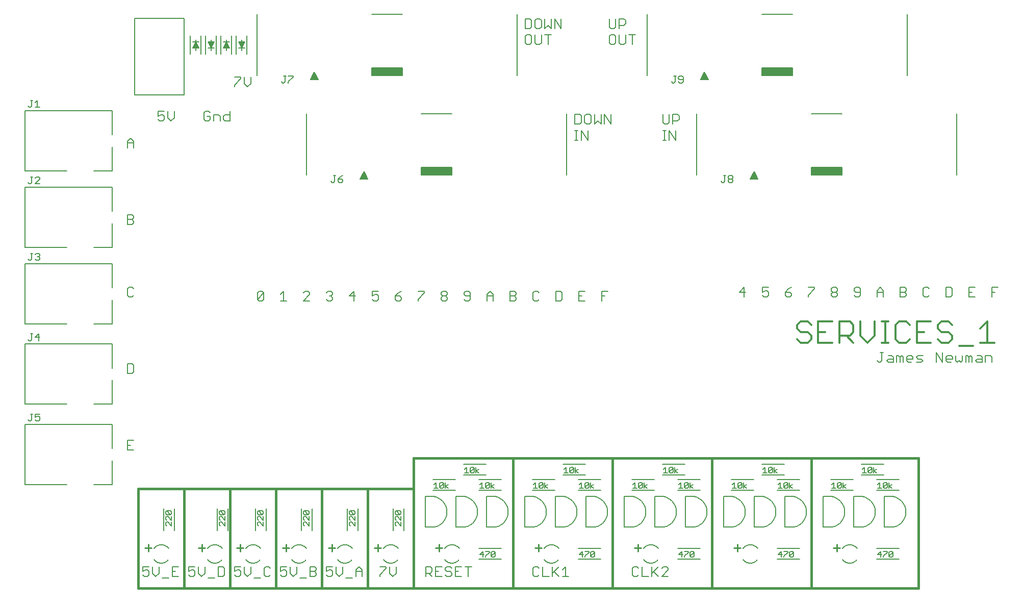
<source format=gto>
G04 Output by ViewMate Deluxe V11.0.9  PentaLogix LLC*
G04 Fri Jan 30 18:24:21 2015*
%FSTAX26Y26*%
%MOIN*%
%IPPOS*%
%ADD25C,0.005118*%
%ADD116C,0.006*%
%ADD117C,0.012*%
%ADD118C,0.016*%
%ADD119C,0.005*%
%ADD122C,0.01*%

%LPD*%
X0Y0D2*D119*G1X0186Y0306D2*X0186Y0286D1*D25*X001086Y022035D2*X000933Y022035D1*X050177Y007263D2*X050362Y00714D1*X030555Y002949D2*X030555Y00301D1*X030308Y00301*X030187Y002825D2*X02994Y002825D1*X030125Y00301*X030125Y00264*X030308Y00264D2*X030308Y002702D1*X030555Y002949*X030677Y002702D2*X030677Y002949D1*X030738Y00301*X030862Y00301*X030924Y002949*X030924Y002702*X030862Y00264*X030738Y00264*X030677Y002702*X030924Y002949*X037055Y002949D2*X037055Y00301D1*X036808Y00301*X036687Y002825D2*X03644Y002825D1*X036625Y00301*X036625Y00264*X036808Y00264D2*X036808Y002702D1*X037055Y002949*X037177Y002702D2*X037177Y002949D1*X037238Y00301*X037362Y00301*X037424Y002949*X037424Y002702*X037362Y00264*X037238Y00264*X037177Y002702*X037424Y002949*X043555Y002949D2*X043555Y00301D1*X043308Y00301*X043187Y002825D2*X04294Y002825D1*X043125Y00301*X043125Y00264*X043308Y00264D2*X043308Y002702D1*X043555Y002949*X043677Y002702D2*X043677Y002949D1*X043738Y00301*X043862Y00301*X043924Y002949*X043924Y002702*X043862Y00264*X043738Y00264*X043677Y002702*X043924Y002949*X050055Y002949D2*X050055Y00301D1*X049808Y00301*X049687Y002825D2*X04944Y002825D1*X049625Y00301*X049625Y00264*X049808Y00264D2*X049808Y002702D1*X050055Y002949*X050177Y002702D2*X050177Y002949D1*X050238Y00301*X050362Y00301*X050424Y002949*X050424Y002702*X050362Y00264*X050238Y00264*X050177Y002702*X050424Y002949*X056924Y002949D2*X056862Y00301D1*X056738Y00301*X056677Y002949*X056677Y002702*X056738Y00264*X056862Y00264*X056924Y002702*X056924Y002949*X056677Y002702*X056125Y00301D2*X056125Y00264D1*X056308Y00301D2*X056555Y00301D1*X056555Y002949*X056308Y002702*X056308Y00264*X056187Y002825D2*X05594Y002825D1*X056125Y00301*X056063Y00751D2*X05594Y007387D1*X056862Y00714D2*X056677Y007263D1*X056862Y007387*X056677Y00751D2*X056677Y00714D1*X056555Y007449D2*X056493Y00751D1*X05637Y00751*X056308Y007449*X056308Y007202*X05637Y00714*X056493Y00714*X056555Y007202*X056555Y007449*X056308Y007202*X05594Y00714D2*X056187Y00714D1*X056063Y00751D2*X056063Y00714D1*X055308Y008202D2*X055308Y008449D1*X055862Y00814D2*X055677Y008263D1*X055862Y008387*X055677Y00851D2*X055677Y00814D1*X055555Y008449D2*X055555Y008202D1*X055493Y00814*X05537Y00814*X055308Y008202*X055555Y008449*X055493Y00851*X05537Y00851*X055308Y008449*X05494Y008387D2*X055063Y00851D1*X055063Y00814*X05494Y00814D2*X055187Y00814D1*X053862Y00714D2*X053677Y007263D1*X053862Y007387*X053677Y00751D2*X053677Y00714D1*X053555Y007449D2*X053493Y00751D1*X05337Y00751*X053308Y007449*X053308Y007202*X05337Y00714*X053493Y00714*X053555Y007202*X053555Y007449*X053308Y007202*X05294Y00714D2*X053187Y00714D1*X053063Y00714D2*X053063Y00751D1*X05294Y007387*X049563Y00751D2*X04944Y007387D1*X050177Y007263D2*X050362Y007387D1*X050177Y00751D2*X050177Y00714D1*X050055Y007449D2*X049993Y00751D1*X04987Y00751*X049808Y007449*X049808Y007202*X04987Y00714*X049993Y00714*X050055Y007202*X050055Y007449*X049808Y007202*X04944Y00714D2*X049687Y00714D1*X049563Y00751D2*X049563Y00714D1*X048808Y008202D2*X048808Y008449D1*X049362Y00814D2*X049177Y008263D1*X049362Y008387*X049177Y00851D2*X049177Y00814D1*X049055Y008449D2*X049055Y008202D1*X048993Y00814*X04887Y00814*X048808Y008202*X049055Y008449*X048993Y00851*X04887Y00851*X048808Y008449*X04844Y008387D2*X048563Y00851D1*X048563Y00814*X04844Y00814D2*X048687Y00814D1*X047362Y00714D2*X047177Y007263D1*X047362Y007387*X047177Y00751D2*X047177Y00714D1*X047055Y007449D2*X046993Y00751D1*X04687Y00751*X046808Y007449*X046808Y007202*X04687Y00714*X046993Y00714*X047055Y007202*X047055Y007449*X046808Y007202*X04644Y00714D2*X046687Y00714D1*X046563Y00714D2*X046563Y00751D1*X04644Y007387*X043063Y00751D2*X04294Y007387D1*X043862Y00714D2*X043677Y007263D1*X043862Y007387*X043677Y00751D2*X043677Y00714D1*X043555Y007449D2*X043493Y00751D1*X04337Y00751*X043308Y007449*X043308Y007202*X04337Y00714*X043493Y00714*X043555Y007202*X043555Y007449*X043308Y007202*X04294Y00714D2*X043187Y00714D1*X043063Y00751D2*X043063Y00714D1*X042308Y008202D2*X042308Y008449D1*X042862Y00814D2*X042677Y008263D1*X042862Y008387*X042677Y00851D2*X042677Y00814D1*X042555Y008449D2*X042555Y008202D1*X042493Y00814*X04237Y00814*X042308Y008202*X042555Y008449*X042493Y00851*X04237Y00851*X042308Y008449*X04194Y008387D2*X042063Y00851D1*X042063Y00814*X04194Y00814D2*X042187Y00814D1*X040862Y00714D2*X040677Y007263D1*X040862Y007387*X040677Y00751D2*X040677Y00714D1*X040555Y007449D2*X040493Y00751D1*X04037Y00751*X040308Y007449*X040308Y007202*X04037Y00714*X040493Y00714*X040555Y007202*X040555Y007449*X040308Y007202*X03994Y00714D2*X040187Y00714D1*X040063Y00714D2*X040063Y00751D1*X03994Y007387*X036563Y00751D2*X03644Y007387D1*X037362Y00714D2*X037177Y007263D1*X037362Y007387*X037177Y00751D2*X037177Y00714D1*X037055Y007449D2*X036993Y00751D1*X03687Y00751*X036808Y007449*X036808Y007202*X03687Y00714*X036993Y00714*X037055Y007202*X037055Y007449*X036808Y007202*X03644Y00714D2*X036687Y00714D1*X036563Y00751D2*X036563Y00714D1*X035808Y008202D2*X035808Y008449D1*X036362Y00814D2*X036177Y008263D1*X036362Y008387*X036177Y00851D2*X036177Y00814D1*X036055Y008449D2*X036055Y008202D1*X035993Y00814*X03587Y00814*X035808Y008202*X036055Y008449*X035993Y00851*X03587Y00851*X035808Y008449*X03544Y008387D2*X035563Y00851D1*X035563Y00814*X03544Y00814D2*X035687Y00814D1*X034362Y00714D2*X034177Y007263D1*X034362Y007387*X034177Y00751D2*X034177Y00714D1*X034055Y007449D2*X033993Y00751D1*X03387Y00751*X033808Y007449*X033808Y007202*X03387Y00714*X033993Y00714*X034055Y007202*X034055Y007449*X033808Y007202*X03344Y00714D2*X033687Y00714D1*X033563Y00714D2*X033563Y00751D1*X03344Y007387*X030063Y00751D2*X02994Y007387D1*X030862Y00714D2*X030677Y007263D1*X030862Y007387*X030677Y00751D2*X030677Y00714D1*X030555Y007449D2*X030493Y00751D1*X03037Y00751*X030308Y007449*X030308Y007202*X03037Y00714*X030493Y00714*X030555Y007202*X030555Y007449*X030308Y007202*X02994Y00714D2*X030187Y00714D1*X030063Y00751D2*X030063Y00714D1*X029308Y008202D2*X029308Y008449D1*X029862Y00814D2*X029677Y008263D1*X029862Y008387*X029677Y00851D2*X029677Y00814D1*X029555Y008449D2*X029555Y008202D1*X029493Y00814*X02937Y00814*X029308Y008202*X029555Y008449*X029493Y00851*X02937Y00851*X029308Y008449*X02894Y008387D2*X029063Y00851D1*X029063Y00814*X02894Y00814D2*X029187Y00814D1*X027308Y007202D2*X027308Y007449D1*X027862Y00714D2*X027677Y007263D1*X027862Y007387*X027677Y00751D2*X027677Y00714D1*X027555Y007449D2*X027555Y007202D1*X027493Y00714*X02737Y00714*X027308Y007202*X027555Y007449*X027493Y00751*X02737Y00751*X027308Y007449*X02694Y007387D2*X027063Y00751D1*X027063Y00714*X02694Y00714D2*X027187Y00714D1*X024451Y005669D2*X02439Y005607D1*X02439Y005483*X024451Y005422*X024698Y005422*X02476Y005483*X02476Y005607*X024698Y005669*X024451Y005669*X024698Y005422*X02476Y005053D2*X02476Y0053D1*X024451Y005053D2*X02439Y005115D1*X02439Y005239*X024451Y0053*X024513Y0053*X02476Y005053*X02476Y004932D2*X02476Y004685D1*X024513Y004932*X024451Y004932*X02439Y00487*X024451Y004685D2*X02439Y004747D1*X02439Y00487*X02176Y004932D2*X02176Y004685D1*X021513Y004932*X021451Y004932*X021451Y004685D2*X02139Y004747D1*X02139Y00487*X021451Y004932*X021451Y005053D2*X02139Y005115D1*X02139Y005239*X021451Y0053*X021513Y0053*X02176Y005053*X02176Y0053*X021698Y005422D2*X021451Y005422D1*X02139Y005483*X02139Y005607*X021451Y005669D2*X021698Y005669D1*X02176Y005607*X02176Y005483*X021698Y005422*X021451Y005669*X02139Y005607*X018451Y005669D2*X01839Y005607D1*X01839Y005483*X018451Y005422*X018698Y005422*X01876Y005483*X01876Y005607*X018698Y005669*X018451Y005669*X018698Y005422*X01876Y005053D2*X01876Y0053D1*X018451Y005053D2*X01839Y005115D1*X01839Y005239*X018451Y0053*X018513Y0053*X01876Y005053*X01876Y004932D2*X01876Y004685D1*X018513Y004932*X018451Y004932*X01839Y00487*X018451Y004685D2*X01839Y004747D1*X01839Y00487*X01576Y004932D2*X01576Y004685D1*X015513Y004932*X015451Y004932*X015451Y004685D2*X01539Y004747D1*X01539Y00487*X015451Y004932*X015451Y005053D2*X01539Y005115D1*X01539Y005239*X015451Y0053*X015513Y0053*X01576Y005053*X01576Y0053*X015698Y005422D2*X015451Y005422D1*X01539Y005483*X01539Y005607*X015451Y005669D2*X015698Y005669D1*X01576Y005607*X01576Y005483*X015698Y005422*X015451Y005669*X01539Y005607*X012951Y005669D2*X01289Y005607D1*X01289Y005483*X012951Y005422*X013198Y005422*X01326Y005483*X01326Y005607*X013198Y005669*X012951Y005669*X013198Y005422*X01326Y005053D2*X01326Y0053D1*X012951Y005053D2*X01289Y005115D1*X01289Y005239*X012951Y0053*X013013Y0053*X01326Y005053*X01326Y004932D2*X01326Y004685D1*X013013Y004932*X012951Y004932*X01289Y00487*X012951Y004685D2*X01289Y004747D1*X01289Y00487*X00976Y004932D2*X00976Y004685D1*X009513Y004932*X009451Y004932*X009451Y004685D2*X00939Y004747D1*X00939Y00487*X009451Y004932*X009451Y005053D2*X00939Y005115D1*X00939Y005239*X009451Y0053*X009513Y0053*X00976Y005053*X00976Y0053*X009698Y005422D2*X009451Y005422D1*X00939Y005483*X00939Y005607*X009451Y005669D2*X009698Y005669D1*X00976Y005607*X00976Y005483*X009698Y005422*X009451Y005669*X00939Y005607*X04314Y03362D2*X042986Y03362D1*X000549Y011996D2*X000703Y011996D1*X000626Y011612D2*X000626Y011996D1*X000396Y011612D2*X000472Y011535D1*X000549Y011535*X000626Y011612*X000856Y011612D2*X000933Y011535D1*X001086Y011535*X001163Y011612*X001163Y011766*X001086Y011842*X001009Y011842*X000856Y011766*X000856Y011996*X001163Y011996*X001086Y016785D2*X001086Y017246D1*X000856Y017016*X001163Y017016*X000396Y016862D2*X000472Y016785D1*X000549Y016785*X000626Y016862*X000626Y017246*X000549Y017246D2*X000703Y017246D1*X000396Y022112D2*X000472Y022035D1*X000549Y022035*X000626Y022112*X000626Y022496*X000703Y022496D2*X000549Y022496D1*X000856Y022419D2*X000933Y022496D1*X001086Y022496*X001009Y022266D2*X001086Y022266D1*X000933Y022035D2*X000856Y022112D1*X001086Y022035D2*X001163Y022112D1*X001163Y022189*X001086Y022266*X001163Y022342*X001163Y022419*X001086Y022496*X000856Y027035D2*X001163Y027035D1*X000856Y027419D2*X000933Y027496D1*X001086Y027496*X001163Y027419*X001163Y027342*X000856Y027035*X000396Y027112D2*X000472Y027035D1*X000549Y027035*X000626Y027112*X000626Y027496*X000549Y027496D2*X000703Y027496D1*X000396Y032112D2*X000472Y032035D1*X000549Y032035*X000626Y032112*X000626Y032496*X000703Y032496D2*X000549Y032496D1*X000856Y032342D2*X001009Y032496D1*X001009Y032035*X001163Y032035D2*X000856Y032035D1*X016949Y033697D2*X017026Y03362D1*X017103Y03362*X017179Y033697*X017179Y03408*X017256Y03408D2*X017103Y03408D1*X01741Y03408D2*X017717Y03408D1*X017717Y034004*X01741Y033697*X01741Y03362*X020199Y027197D2*X020276Y02712D1*X020353Y02712*X020429Y027197*X020353Y02758D2*X020506Y02758D1*X020429Y027197D2*X020429Y02758D1*X02066Y02735D2*X02066Y027197D1*X020736Y02712*X02089Y02712*X020967Y027197*X020967Y027273*X02089Y02735*X02066Y02735*X020813Y027504*X020967Y02758*X042449Y033697D2*X042526Y03362D1*X042603Y03362*X042679Y033697*X042603Y03408D2*X042756Y03408D1*X042679Y033697D2*X042679Y03408D1*X042986Y03362D2*X04291Y033697D1*X043217Y03385D2*X042986Y03385D1*X04291Y033927*X04291Y034004*X042986Y03408*X04314Y03408*X043217Y034004*X043217Y033697*X04314Y03362*X045699Y027197D2*X045776Y02712D1*X045853Y02712*X045929Y027197*X045929Y02758*X046006Y02758D2*X045853Y02758D1*X046236Y02735D2*X04616Y027273D1*X04616Y027197*X046236Y02712*X04639Y02712*X046467Y027197*X046467Y027273*X04639Y02735*X046467Y027504D2*X04639Y02758D1*X046236Y02758*X04616Y027504*X04616Y027427*X046236Y02735*X04639Y02735*X046467Y027427*X046467Y027504*D116*X038491Y031571D2*X038491Y03093D1*X014952Y033594D2*X014952Y034021D1*X0072Y02438D2*X00688Y02438D1*X02588Y019487D2*X02588Y01938D1*X060819Y015594D2*X060392Y015594D1*X059747Y016021D2*X059747Y01538D1*X060174Y016021D2*X060174Y01538D1*X039883Y036771D2*X039883Y03613D1*X01538Y019487D2*X01538Y019914D1*X015487Y020021*X0157Y020021*X015807Y019914*X01538Y019487*X015487Y01938*X0157Y01938*X015807Y019487*X015807Y019914*X01688Y019807D2*X017094Y020021D1*X017094Y01938*X017307Y01938D2*X01688Y01938D1*X018807Y01938D2*X01838Y01938D1*X018807Y019807*X018807Y019914*X01838Y019914D2*X018487Y020021D1*X0187Y020021*X018807Y019914*X01988Y019914D2*X019987Y020021D1*X0202Y020021*X020307Y019914*X020307Y019807*X0202Y0197*X020307Y019487D2*X020307Y019594D1*X0202Y0197*X020094Y0197*X01988Y019487D2*X019987Y01938D1*X0202Y01938*X020307Y019487*X0217Y01938D2*X0217Y020021D1*X02138Y0197*X021807Y0197*X02288Y0197D2*X02288Y020021D1*X023307Y020021*X023307Y0197D2*X0232Y019807D1*X023094Y019807*X02288Y0197*X02288Y019487D2*X022987Y01938D1*X0232Y01938*X023307Y019487*X023307Y0197*X02438Y0197D2*X02438Y019487D1*X024487Y01938*X0247Y01938*X024807Y019487*X024807Y019594*X0247Y0197*X02438Y0197*X024594Y019914*X024807Y020021*X026307Y019914D2*X026307Y020021D1*X02588Y020021*X026307Y019914D2*X02588Y019487D1*X027487Y0197D2*X02738Y019807D1*X02738Y019914*X027487Y020021*X0277Y020021*X027807Y019914*X027807Y019807*X0277Y0197*X027807Y019487D2*X027807Y019594D1*X0277Y0197*X027487Y0197*X02738Y019594*X02738Y019487*X027487Y01938*X0277Y01938*X027807Y019487*X02888Y019487D2*X028987Y01938D1*X0292Y01938*X029307Y019487*X029307Y019914*X0292Y020021*X028987Y020021*X02888Y019914*X02888Y019807*X028987Y0197*X029307Y0197*X03038Y0197D2*X030807Y0197D1*X03038Y01938D2*X03038Y019807D1*X030594Y020021*X030807Y019807*X030807Y01938*X03188Y01938D2*X0322Y01938D1*X032307Y019487*X032307Y019594*X0322Y0197*X032307Y019914D2*X0322Y020021D1*X03188Y020021*X03188Y01938*X03188Y0197D2*X0322Y0197D1*X032307Y019807*X032307Y019914*X033807Y019914D2*X0337Y020021D1*X033487Y020021*X03338Y019914*X03338Y019487*X033487Y01938*X0337Y01938*X033807Y019487*X035307Y019487D2*X0352Y01938D1*X03488Y01938*X03488Y020021*X0352Y020021*X035307Y019914*X035307Y019487*X036594Y0197D2*X03638Y0197D1*X036807Y020021D2*X03638Y020021D1*X03638Y01938*X036807Y01938*X038094Y0197D2*X03788Y0197D1*X038307Y020021D2*X03788Y020021D1*X03788Y01938*X057325Y0025D2*X055875Y0025D1*X055875Y0032D2*X057325Y0032D1*X05362Y00321D2*X053649Y003246D1*X053681Y00328*X053716Y003311*X053752Y003339*X053791Y003364*X053832Y003387*X053874Y003406*X053917Y003422*X053962Y003434*X054008Y003443*X054054Y003448*X0541Y00345*X054574Y002482D2*X054544Y002447D1*X054513Y002414*X054478Y002384*X054442Y002357*X054404Y002333*X054364Y002311*X054322Y002293*X054279Y002277*X054235Y002265*X054191Y002257*X054145Y002252*X0541Y00225*X053626Y002482D2*X053656Y002447D1*X053687Y002414*X053722Y002384*X053758Y002357*X053796Y002333*X053836Y002311*X053878Y002293*X053921Y002277*X053965Y002265*X054009Y002257*X054055Y002252*X0541Y00225*X054588Y003199D2*X054559Y003236D1*X054527Y003271*X054492Y003304*X054455Y003334*X054416Y00336*X054375Y003383*X054331Y003404*X054287Y00342*X054241Y003433*X054195Y003442*X054147Y003448*X0541Y00345*X050825Y0025D2*X049375Y0025D1*X049375Y0032D2*X050825Y0032D1*X04712Y00321D2*X047149Y003246D1*X047181Y00328*X047216Y003311*X047252Y003339*X047291Y003364*X047332Y003387*X047374Y003406*X047417Y003422*X047462Y003434*X047508Y003443*X047554Y003448*X0476Y00345*X048074Y002482D2*X048044Y002447D1*X048013Y002414*X047978Y002384*X047942Y002357*X047904Y002333*X047864Y002311*X047822Y002293*X047779Y002277*X047735Y002265*X047691Y002257*X047645Y002252*X0476Y00225*X047126Y002482D2*X047156Y002447D1*X047187Y002414*X047222Y002384*X047258Y002357*X047296Y002333*X047336Y002311*X047378Y002293*X047421Y002277*X047465Y002265*X047509Y002257*X047555Y002252*X0476Y00225*X048088Y003199D2*X048059Y003236D1*X048027Y003271*X047992Y003304*X047955Y003334*X047916Y00336*X047875Y003383*X047831Y003404*X047787Y00342*X047741Y003433*X047695Y003442*X047647Y003448*X0476Y00345*X042241Y00138D2*X041814Y00138D1*X044325Y0025D2*X042875Y0025D1*X042875Y0032D2*X044325Y0032D1*X04062Y00321D2*X040649Y003246D1*X040681Y00328*X040716Y003311*X040752Y003339*X040791Y003364*X040832Y003387*X040874Y003406*X040917Y003422*X040962Y003434*X041008Y003443*X041054Y003448*X0411Y00345*X041574Y002482D2*X041544Y002447D1*X041513Y002414*X041478Y002384*X041442Y002357*X041404Y002333*X041364Y002311*X041322Y002293*X041279Y002277*X041235Y002265*X041191Y002257*X041145Y002252*X0411Y00225*X040626Y002482D2*X040656Y002447D1*X040687Y002414*X040722Y002384*X040758Y002357*X040796Y002333*X040836Y002311*X040878Y002293*X040921Y002277*X040965Y002265*X041009Y002257*X041055Y002252*X0411Y00225*X041588Y003199D2*X041559Y003236D1*X041527Y003271*X041492Y003304*X041455Y003334*X041416Y00336*X041375Y003383*X041331Y003404*X041287Y00342*X041241Y003433*X041195Y003442*X041147Y003448*X0411Y00345*X03988Y001914D2*X039987Y002021D1*X0402Y002021*X040307Y001914*X040525Y00138D2*X040525Y002021D1*X041596Y002021D2*X041169Y001594D1*X041814Y001914D2*X04192Y002021D1*X042134Y002021*X042241Y001914*X042241Y001807*X041814Y00138*X041276Y0017D2*X041596Y00138D1*X041169Y00138D2*X041169Y002021D1*X040525Y00138D2*X040952Y00138D1*X040307Y001487D2*X0402Y00138D1*X039987Y00138*X03988Y001487*X03988Y001914*X03412Y00321D2*X034149Y003246D1*X034181Y00328*X034216Y003311*X034252Y003339*X034291Y003364*X034332Y003387*X034374Y003406*X034417Y003422*X034462Y003434*X034508Y003443*X034554Y003448*X0346Y00345*X035074Y002482D2*X035044Y002447D1*X035013Y002414*X034978Y002384*X034942Y002357*X034904Y002333*X034864Y002311*X034822Y002293*X034779Y002277*X034735Y002265*X034691Y002257*X034645Y002252*X0346Y00225*X034126Y002482D2*X034156Y002447D1*X034187Y002414*X034222Y002384*X034258Y002357*X034296Y002333*X034336Y002311*X034378Y002293*X034421Y002277*X034465Y002265*X034509Y002257*X034555Y002252*X0346Y00225*X035088Y003199D2*X035059Y003236D1*X035027Y003271*X034992Y003304*X034955Y003334*X034916Y00336*X034875Y003383*X034831Y003404*X034787Y00342*X034741Y003433*X034695Y003442*X034647Y003448*X0346Y00345*X033807Y001914D2*X0337Y002021D1*X033487Y002021*X03338Y001914*X03338Y001487*X033487Y00138*X0337Y00138*X033807Y001487*X034452Y00138D2*X034025Y00138D1*X034025Y002021*X034669Y00138D2*X034669Y002021D1*X034776Y0017D2*X035096Y00138D1*X035096Y002021D2*X034669Y001594D1*X035314Y001807D2*X035527Y002021D1*X035314Y00138D2*X035741Y00138D1*X035527Y002021D2*X035527Y00138D1*X037825Y0025D2*X036375Y0025D1*X036375Y0032D2*X037825Y0032D1*X030325Y0087D2*X028875Y0087D1*X029875Y007D2*X031325Y007D1*X026875Y007D2*X028325Y007D1*X028325Y0077D2*X026875Y0077D1*X030325Y008D2*X028875Y008D1*X031325Y0077D2*X029875Y0077D1*X036825Y0087D2*X035375Y0087D1*X036375Y007D2*X037825Y007D1*X033375Y007D2*X034825Y007D1*X034825Y0077D2*X033375Y0077D1*X036825Y008D2*X035375Y008D1*X037825Y0077D2*X036375Y0077D1*X043325Y0087D2*X041875Y0087D1*X042875Y007D2*X044325Y007D1*X039875Y007D2*X041325Y007D1*X041325Y0077D2*X039875Y0077D1*X043325Y008D2*X041875Y008D1*X044325Y0077D2*X042875Y0077D1*X049825Y0087D2*X048375Y0087D1*X049375Y007D2*X050825Y007D1*X046375Y007D2*X047825Y007D1*X047825Y0077D2*X046375Y0077D1*X049825Y008D2*X048375Y008D1*X050825Y0077D2*X049375Y0077D1*X052875Y0077D2*X054325Y0077D1*X054325Y007D2*X052875Y007D1*X057325Y007D2*X055875Y007D1*X055875Y0077D2*X057325Y0077D1*X054875Y008D2*X056325Y008D1*X056325Y0087D2*X054875Y0087D1*X056094Y016021D2*X056307Y016021D1*X0562Y015487D2*X0562Y016021D1*X05588Y015487D2*X055987Y01538D1*X056094Y01538*X0562Y015487*X056631Y015594D2*X056525Y015487D1*X056631Y01538*X056952Y01538*X056631Y015594D2*X056952Y015594D1*X056631Y015807D2*X056845Y015807D1*X056952Y0157*X056952Y01538*X057169Y01538D2*X057169Y015807D1*X057276Y015807*X057383Y0157*X057596Y0157D2*X057489Y015807D1*X057383Y0157*X057383Y01538*X057596Y0157D2*X057596Y01538D1*X057814Y0157D2*X057814Y015487D1*X05792Y01538*X058134Y01538*X058241Y015594D2*X058241Y0157D1*X058134Y015807*X05792Y015807*X057814Y0157*X058241Y015594D2*X057814Y015594D1*X058885Y015487D2*X058778Y015594D1*X058565Y015594*X058885Y015807D2*X058565Y015807D1*X058458Y0157*X058565Y015594*X058458Y01538D2*X058778Y01538D1*X058885Y015487*X061036Y015807D2*X061036Y015487D1*X06297Y01538D2*X06297Y015807D1*X063397Y01538D2*X063397Y0157D1*X06329Y015807*X06297Y015807*X062753Y0157D2*X062646Y015807D1*X062432Y015807*X062325Y015487D2*X062432Y01538D1*X062753Y01538*X062753Y0157*X062753Y015594D2*X062432Y015594D1*X062325Y015487*X061681Y015807D2*X061681Y01538D1*X061894Y01538D2*X061894Y0157D1*X062108Y01538D2*X062108Y0157D1*X062001Y015807*X061894Y0157*X061788Y015807*X061681Y015807*X061463Y015807D2*X061463Y015487D1*X061357Y01538*X06125Y015487*X061143Y01538*X061036Y015487*X060712Y01538D2*X060499Y01538D1*X060392Y015487*X060819Y015594D2*X060819Y0157D1*X060712Y015807*X060499Y015807*X060392Y0157*X060392Y015487*X060174Y01538D2*X059747Y016021D1*X06338Y020271D2*X063807Y020271D1*X06338Y01995D2*X063594Y01995D1*X06338Y020271D2*X06338Y01963D1*X062307Y020271D2*X06188Y020271D1*X06188Y01963*X062094Y01995D2*X06188Y01995D1*X06188Y01963D2*X062307Y01963D1*X06038Y01963D2*X06038Y020271D1*X0607Y020271*X060807Y020164*X060807Y019737*X0607Y01963*X06038Y01963*X05888Y019737D2*X05888Y020164D1*X058987Y020271*X0592Y020271*X059307Y020164*X059307Y019737D2*X0592Y01963D1*X058987Y01963*X05888Y019737*X0577Y01995D2*X057807Y020057D1*X057807Y020164*X0577Y020271*X05738Y020271*X05738Y01963*X0577Y01963*X057807Y019737*X057807Y019844*X0577Y01995*X05738Y01995*X056307Y020057D2*X056094Y020271D1*X05588Y020057*X05588Y01963*X056307Y020057D2*X056307Y01963D1*X05588Y01995D2*X056307Y01995D1*X054807Y01995D2*X054487Y01995D1*X05438Y020057*X05438Y020164*X054487Y020271*X0547Y020271*X054807Y020164*X054807Y019737*X0547Y01963*X054487Y01963*X05438Y019737*X05288Y019737D2*X05288Y019844D1*X052987Y01995*X0532Y01995D2*X053307Y020057D1*X053307Y020164*X0532Y020271*X052987Y020271*X05288Y020164*X05288Y020057*X052987Y01995*X0532Y01995*X053307Y019844*X053307Y019737*X0532Y01963*X052987Y01963*X05288Y019737*X05138Y01963D2*X05138Y019737D1*X051807Y020164*X051807Y020271*X05138Y020271*X050307Y020271D2*X050094Y020164D1*X04988Y01995*X04988Y019737*X049987Y01963*X0502Y01963*X050307Y019737*X050307Y019844*X0502Y01995*X04988Y01995*X04838Y020271D2*X048807Y020271D1*X04838Y019737D2*X048487Y01963D1*X0487Y01963*X048807Y019737*X048807Y01995*X0487Y020057*X048594Y020057*X04838Y01995*X04838Y020271*X0472Y01963D2*X0472Y020271D1*X047307Y01995D2*X04688Y01995D1*X0472Y020271*X042737Y030521D2*X042737Y02988D1*X04231Y030521*X04231Y02988*X04188Y02988D2*X042094Y02988D1*X041987Y030521D2*X041987Y02988D1*X04188Y030521D2*X042094Y030521D1*X04188Y031571D2*X04188Y031037D1*X042525Y03093D2*X042525Y031571D1*X042525Y031144D2*X042845Y031144D1*X042952Y03125*X042952Y031464*X042845Y031571*X042525Y031571*X042307Y031571D2*X042307Y031037D1*X0422Y03093*X041987Y03093*X04188Y031037*X03645Y03093D2*X036557Y031037D1*X036557Y031464*X03645Y031571*X03613Y031571*X03613Y03093*X03645Y03093*X03613Y030521D2*X036344Y030521D1*X036237Y02988D2*X036237Y030521D1*X036344Y02988D2*X03613Y02988D1*X03656Y02988D2*X03656Y030521D1*X036987Y02988*X036987Y030521*X037202Y031037D2*X037095Y03093D1*X036881Y03093*X036775Y031037*X036775Y031464*X036881Y031571*X037095Y031571*X037202Y031464*X037202Y031037*X037846Y03093D2*X037633Y031144D1*X037419Y03093*X037419Y031571*X037846Y03093D2*X037846Y031571D1*X038064Y03093D2*X038064Y031571D1*X038491Y03093*X038807Y036237D2*X0387Y03613D1*X038487Y03613*X03838Y036237*X03838Y036664*X038487Y036771*X0387Y036771*X038807Y036664*X038807Y036237*X039669Y036771D2*X040096Y036771D1*X039452Y036771D2*X039452Y036237D1*X039345Y03613*X039131Y03613*X039025Y036237*X039025Y036771*X039025Y03718D2*X039025Y037821D1*X039025Y037394D2*X039345Y037394D1*X039452Y0375*X039452Y037714*X039345Y037821*X039025Y037821*X038807Y037821D2*X038807Y037287D1*X0387Y03718*X038487Y03718*X03838Y037287*X03838Y037821*X035241Y037821D2*X035241Y03718D1*X034814Y037821*X034814Y03718*X034169Y03718D2*X034383Y037394D1*X034596Y03718*X034596Y037821*X034169Y03718D2*X034169Y037821D1*X033307Y037287D2*X0332Y03718D1*X03288Y03718*X03288Y037821*X0332Y037821*X033307Y037714*X033307Y037287*X033631Y03718D2*X033525Y037287D1*X033525Y037714*X033631Y037821*X033845Y037821*X033952Y037714*X033952Y037287*X033845Y03718*X033631Y03718*X033525Y036237D2*X033525Y036771D1*X034383Y036771D2*X034383Y03613D1*X034169Y036771D2*X034596Y036771D1*X033952Y036771D2*X033952Y036237D1*X033845Y03613*X033631Y03613*X033525Y036237*X03288Y036237D2*X03288Y036664D1*X032987Y036771*X0332Y036771*X033307Y036664*X033307Y036237*X0332Y03613*X032987Y03613*X03288Y036237*X0135Y0359D2*X01355Y0359D1*X011Y0367D2*X011Y0355D1*X01135Y03645D2*X01135Y0363D1*X01155Y0363D2*X01135Y0363D1*X01135Y0362*X01135Y0361*X01135Y03575*X01155Y0359D2*X0115Y0359D1*X01115Y0359*X01135Y0363*X01115Y0363D2*X01135Y0363D1*X01155Y0359*X0117Y0367D2*X0117Y0355D1*X012Y0355D2*X012Y0367D1*X01255Y0363D2*X01235Y0359D1*X01235Y03645D2*X01235Y0361D1*X01235Y036*X01235Y0359*X01215Y0359D2*X01235Y0359D1*X01235Y03575D2*X01235Y0359D1*X01255Y0359D2*X01235Y0359D1*X01215Y0363*X0122Y0363*X01255Y0363*X0127Y0355D2*X0127Y0367D1*X013Y0367D2*X013Y0355D1*X01335Y03645D2*X01335Y0363D1*X01315Y0359*X0135Y0359*X01335Y03575D2*X01335Y0361D1*X01335Y0362*X01335Y0363*X01355Y0363D2*X01335Y0363D1*X01315Y0363D2*X01335Y0363D1*X01355Y0359*X0137Y0367D2*X0137Y0355D1*X014Y0355D2*X014Y0367D1*X01455Y0363D2*X01435Y0359D1*X01435Y03645D2*X01435Y0361D1*X01435Y036*X01435Y0359*X01415Y0359D2*X01435Y0359D1*X01435Y03575D2*X01435Y0359D1*X01455Y0359D2*X01435Y0359D1*X01415Y0363*X0142Y0363*X01455Y0363*X0147Y0355D2*X0147Y0367D1*X014952Y033594D2*X014738Y03338D1*X014525Y033594*X014525Y034021*X01388Y034021D2*X014307Y034021D1*X014307Y033914*X01388Y033487*X01388Y03338*X012525Y03113D2*X012525Y031557D1*X013169Y031237D2*X013276Y03113D1*X013596Y03113*X013596Y031771*X013596Y031557D2*X013276Y031557D1*X013169Y03145*X013169Y031237*X012952Y03113D2*X012952Y03145D1*X012845Y031557*X012525Y031557*X01188Y031664D2*X011987Y031771D1*X0122Y031771*X012307Y031664*X012094Y03145D2*X012307Y03145D1*X012307Y031237*X0122Y03113*X011987Y03113*X01188Y031237*X01188Y031664*X009952Y031771D2*X009952Y031344D1*X009738Y03113*X009525Y031344*X009525Y031771*X009307Y031771D2*X00888Y031771D1*X00888Y03145*X009094Y031557*X0092Y031557*X009307Y03145*X009307Y031237*X0092Y03113*X008987Y03113*X00888Y031237*X00688Y0297D2*X007307Y0297D1*X00688Y02938D2*X00688Y029807D1*X007094Y030021*X007307Y029807*X007307Y02938*X0072Y02438D2*X007307Y024487D1*X007307Y024594*X0072Y0247*X00688Y0247D2*X0072Y0247D1*X007307Y024807*X007307Y024914*X0072Y025021*X00688Y025021*X00688Y02438*X007307Y020164D2*X0072Y020271D1*X006987Y020271*X00688Y020164*X00688Y019737*X006987Y01963*X007307Y019737D2*X0072Y01963D1*X006987Y01963*X00688Y01463D2*X00688Y015271D1*X0072Y015271*X007307Y015164*X007307Y014737*X0072Y01463*X00688Y01463*X007094Y00995D2*X00688Y00995D1*X007307Y010271D2*X00688Y010271D1*X00688Y00963*X007307Y00963*X00925Y005825D2*X00925Y004375D1*X00995Y004375D2*X00995Y005825D1*X01762Y00321D2*X017649Y003246D1*X017681Y00328*X017716Y003311*X017752Y003339*X017791Y003364*X017832Y003387*X017874Y003406*X017917Y003422*X017962Y003434*X018008Y003443*X018054Y003448*X0181Y00345*X018574Y002482D2*X018544Y002447D1*X018513Y002414*X018478Y002384*X018442Y002357*X018404Y002333*X018364Y002311*X018322Y002293*X018279Y002277*X018235Y002265*X018191Y002257*X018145Y002252*X0181Y00225*X017626Y002482D2*X017656Y002447D1*X017687Y002414*X017722Y002384*X017758Y002357*X017796Y002333*X017836Y002311*X017878Y002293*X017921Y002277*X017965Y002265*X018009Y002257*X018055Y002252*X0181Y00225*X018588Y003199D2*X018559Y003236D1*X018527Y003271*X018492Y003304*X018455Y003334*X018416Y00336*X018375Y003383*X018331Y003404*X018287Y00342*X018241Y003433*X018195Y003442*X018147Y003448*X0181Y00345*X01462Y00321D2*X014649Y003246D1*X014681Y00328*X014716Y003311*X014752Y003339*X014791Y003364*X014832Y003387*X014874Y003406*X014917Y003422*X014962Y003434*X015008Y003443*X015054Y003448*X0151Y00345*X015574Y002482D2*X015544Y002447D1*X015513Y002414*X015478Y002384*X015442Y002357*X015404Y002333*X015364Y002311*X015322Y002293*X015279Y002277*X015235Y002265*X015191Y002257*X015145Y002252*X0151Y00225*X014626Y002482D2*X014656Y002447D1*X014687Y002414*X014722Y002384*X014758Y002357*X014796Y002333*X014836Y002311*X014878Y002293*X014921Y002277*X014965Y002265*X015009Y002257*X015055Y002252*X0151Y00225*X015588Y003199D2*X015559Y003236D1*X015527Y003271*X015492Y003304*X015455Y003334*X015416Y00336*X015375Y003383*X015331Y003404*X015287Y00342*X015241Y003433*X015195Y003442*X015147Y003448*X0151Y00345*X0126Y00345D2*X012647Y003448D1*X012695Y003442*X012741Y003433*X012787Y00342*X012831Y003404*X012875Y003383*X012916Y00336*X012955Y003334*X012992Y003304*X013027Y003271*X013059Y003236*X013088Y003199*X0126Y00225D2*X012645Y002252D1*X012691Y002257*X012735Y002265*X012779Y002277*X012822Y002293*X012864Y002311*X012904Y002333*X012942Y002357*X012978Y002384*X013013Y002414*X013044Y002447*X013074Y002482*X0126Y00345D2*X012554Y003448D1*X012508Y003443*X012462Y003434*X012417Y003422*X012374Y003406*X012332Y003387*X012291Y003364*X012252Y003339*X012216Y003311*X012181Y00328*X012149Y003246*X01212Y00321*X0126Y00225D2*X012555Y002252D1*X012509Y002257*X012465Y002265*X012421Y002277*X012378Y002293*X012336Y002311*X012296Y002333*X012258Y002357*X012222Y002384*X012187Y002414*X012156Y002447*X012126Y002482*X01275Y005825D2*X01275Y004375D1*X01345Y004375D2*X01345Y005825D1*X01525Y005825D2*X01525Y004375D1*X01595Y004375D2*X01595Y005825D1*X01825Y005825D2*X01825Y004375D1*X01895Y004375D2*X01895Y005825D1*X0211Y00345D2*X021147Y003448D1*X021195Y003442*X021241Y003433*X021287Y00342*X021331Y003404*X021375Y003383*X021416Y00336*X021455Y003334*X021492Y003304*X021527Y003271*X021559Y003236*X021588Y003199*X0211Y00225D2*X021145Y002252D1*X021191Y002257*X021235Y002265*X021279Y002277*X021322Y002293*X021364Y002311*X021404Y002333*X021442Y002357*X021478Y002384*X021513Y002414*X021544Y002447*X021574Y002482*X0211Y00345D2*X021054Y003448D1*X021008Y003443*X020962Y003434*X020917Y003422*X020874Y003406*X020832Y003387*X020791Y003364*X020752Y003339*X020716Y003311*X020681Y00328*X020649Y003246*X02062Y00321*X0211Y00225D2*X021055Y002252D1*X021009Y002257*X020965Y002265*X020921Y002277*X020878Y002293*X020836Y002311*X020796Y002333*X020758Y002357*X020722Y002384*X020687Y002414*X020656Y002447*X020626Y002482*X02125Y005825D2*X02125Y004375D1*X02195Y004375D2*X02195Y005825D1*X02425Y005825D2*X02425Y004375D1*X02495Y004375D2*X02495Y005825D1*X028574Y002482D2*X028544Y002447D1*X028513Y002414*X028478Y002384*X028442Y002357*X028404Y002333*X028364Y002311*X028322Y002293*X028279Y002277*X028235Y002265*X028191Y002257*X028145Y002252*X0281Y00225*X02762Y00321D2*X027649Y003246D1*X027681Y00328*X027716Y003311*X027752Y003339*X027791Y003364*X027832Y003387*X027874Y003406*X027917Y003422*X027962Y003434*X028008Y003443*X028054Y003448*X0281Y00345*X028588Y003199D2*X028559Y003236D1*X028527Y003271*X028492Y003304*X028455Y003334*X028416Y00336*X028375Y003383*X028331Y003404*X028287Y00342*X028241Y003433*X028195Y003442*X028147Y003448*X0281Y00345*X027025Y0017D2*X027238Y0017D1*X027025Y00138D2*X027025Y002021D1*X027452Y002021*X027626Y002482D2*X027656Y002447D1*X027687Y002414*X027722Y002384*X027758Y002357*X027796Y002333*X027836Y002311*X027878Y002293*X027921Y002277*X027965Y002265*X028009Y002257*X028055Y002252*X0281Y00225*X031325Y0032D2*X029875Y0032D1*X029875Y0025D2*X031325Y0025D1*X029172Y002021D2*X029172Y00138D1*X028958Y002021D2*X029385Y002021D1*X028314Y002021D2*X028741Y002021D1*X028527Y0017D2*X028314Y0017D1*X028741Y00138D2*X028314Y00138D1*X028314Y002021*X028096Y001914D2*X027989Y002021D1*X027776Y002021*X027669Y001914*X027669Y001807*X027776Y0017*X027989Y0017*X028096Y001594*X028096Y001487*X027989Y00138*X027776Y00138*X027669Y001487*X027025Y00138D2*X027452Y00138D1*X026594Y001594D2*X026807Y00138D1*X02638Y002021D2*X0267Y002021D1*X026807Y001914*X026807Y0017*X0267Y001594*X02638Y001594*X02638Y002021D2*X02638Y00138D1*X0241Y00225D2*X024145Y002252D1*X024191Y002257*X024235Y002265*X024279Y002277*X024322Y002293*X024364Y002311*X024404Y002333*X024442Y002357*X024478Y002384*X024513Y002414*X024544Y002447*X024574Y002482*X0241Y00345D2*X024147Y003448D1*X024195Y003442*X024241Y003433*X024287Y00342*X024331Y003404*X024375Y003383*X024416Y00336*X024455Y003334*X024492Y003304*X024527Y003271*X024559Y003236*X024588Y003199*X0241Y00225D2*X024055Y002252D1*X024009Y002257*X023965Y002265*X023921Y002277*X023878Y002293*X023836Y002311*X023796Y002333*X023758Y002357*X023722Y002384*X023687Y002414*X023656Y002447*X023626Y002482*X0241Y00345D2*X024054Y003448D1*X024008Y003443*X023962Y003434*X023917Y003422*X023874Y003406*X023832Y003387*X023791Y003364*X023752Y003339*X023716Y003311*X023681Y00328*X023649Y003246*X02362Y00321*X024452Y002021D2*X024452Y001594D1*X024238Y00138*X024025Y001594*X024025Y002021*X02338Y002021D2*X023807Y002021D1*X023807Y001914*X02338Y001487*X02338Y00138*X022241Y0017D2*X021814Y0017D1*X022241Y00138D2*X022241Y001807D1*X022027Y002021*X021814Y001807*X021814Y00138*X021169Y001273D2*X021596Y001273D1*X020952Y002021D2*X020952Y001594D1*X020738Y00138*X020525Y001594*X020525Y002021*X020307Y002021D2*X01988Y002021D1*X01988Y0017*X020094Y001807*X0202Y001807*X020307Y0017*X020307Y001487*X0202Y00138*X019987Y00138*X01988Y001487*X018596Y001273D2*X018169Y001273D1*X018814Y002021D2*X018814Y00138D1*X019134Y00138*X019241Y001487*X019241Y001594*X019134Y0017*X018814Y0017D2*X019134Y0017D1*X019241Y001807*X019241Y001914*X019134Y002021*X018814Y002021*X017952Y002021D2*X017952Y001594D1*X017738Y00138*X017525Y001594*X017525Y002021*X017307Y002021D2*X01688Y002021D1*X01688Y0017*X017094Y001807*X0172Y001807*X017307Y0017*X017307Y001487*X0172Y00138*X016987Y00138*X01688Y001487*X015814Y001487D2*X01592Y00138D1*X016134Y00138*X016241Y001487*X016241Y001914D2*X016134Y002021D1*X01592Y002021*X015814Y001914*X015814Y001487*X015169Y001273D2*X015596Y001273D1*X014952Y002021D2*X014952Y001594D1*X014738Y00138*X014525Y001594*X014525Y002021*X014307Y002021D2*X01388Y002021D1*X01388Y0017*X014094Y001807*X0142Y001807*X014307Y0017*X014307Y001487*X0142Y00138*X013987Y00138*X01388Y001487*X012814Y00138D2*X012814Y002021D1*X013134Y002021*X013241Y001914*X013241Y001487*X013134Y00138*X012814Y00138*X012169Y001273D2*X012596Y001273D1*X0091Y00225D2*X009145Y002252D1*X009191Y002257*X009235Y002265*X009279Y002277*X009322Y002293*X009364Y002311*X009404Y002333*X009442Y002357*X009478Y002384*X009513Y002414*X009544Y002447*X009574Y002482*X0091Y00345D2*X009147Y003448D1*X009195Y003442*X009241Y003433*X009287Y00342*X009331Y003404*X009375Y003383*X009416Y00336*X009455Y003334*X009492Y003304*X009527Y003271*X009559Y003236*X009588Y003199*X0091Y00225D2*X009055Y002252D1*X009009Y002257*X008965Y002265*X008921Y002277*X008878Y002293*X008836Y002311*X008796Y002333*X008758Y002357*X008722Y002384*X008687Y002414*X008656Y002447*X008626Y002482*X0091Y00345D2*X009054Y003448D1*X009008Y003443*X008962Y003434*X008917Y003422*X008874Y003406*X008832Y003387*X008791Y003364*X008752Y003339*X008716Y003311*X008681Y00328*X008649Y003246*X00862Y00321*X009596Y001273D2*X009169Y001273D1*X011307Y002021D2*X01088Y002021D1*X011525Y002021D2*X011525Y001594D1*X011952Y002021D2*X011952Y001594D1*X011738Y00138*X011525Y001594*X01088Y001487D2*X010987Y00138D1*X0112Y00138*X011307Y001487*X011307Y0017*X0112Y001807*X011094Y001807*X01088Y0017*X01088Y002021*X009814Y002021D2*X010241Y002021D1*X010027Y0017D2*X009814Y0017D1*X010241Y00138D2*X009814Y00138D1*X009814Y002021*X008952Y002021D2*X008952Y001594D1*X008738Y00138*X008525Y001594*X008525Y002021*X008307Y002021D2*X00788Y002021D1*X00788Y0017*X008094Y001807*X0082Y001807*X008307Y0017*X008307Y001487*X0082Y00138*X007987Y00138*X00788Y001487*D117*X06263Y017581D2*X063091Y018041D1*X063091Y01666*X06263Y01666D2*X063551Y01666D1*X061249Y01643D2*X06217Y01643D1*X05066Y017811D2*X05089Y018041D1*X051351Y018041*X051581Y017811*X052041Y017351D2*X052502Y017351D1*X052041Y01666D2*X052041Y018041D1*X052962Y018041*X054804Y01712D2*X054804Y018041D1*X057106Y01689D2*X057106Y017811D1*X057336Y018041*X057796Y018041*X058026Y017811*X058487Y017351D2*X058947Y017351D1*X058487Y01666D2*X058487Y018041D1*X059407Y018041*X060789Y017811D2*X060558Y018041D1*X060098Y018041*X059868Y017811*X059868Y017581*X060098Y017351*X060558Y017351*X060789Y01712*X060789Y01689*X060558Y01666*X060098Y01666*X059868Y01689*X058487Y01666D2*X059407Y01666D1*X058026Y01689D2*X057796Y01666D1*X057336Y01666*X057106Y01689*X056185Y01666D2*X056645Y01666D1*X056415Y018041D2*X056415Y01666D1*X056185Y018041D2*X056645Y018041D1*X055724Y018041D2*X055724Y01712D1*X055264Y01666*X054804Y01712*X053883Y01712D2*X054343Y01666D1*X053422Y01712D2*X054113Y01712D1*X054343Y017351*X054343Y017811*X054113Y018041*X053422Y018041*X053422Y01666*X052041Y01666D2*X052962Y01666D1*X05066Y01689D2*X05089Y01666D1*X051351Y01666*X051581Y01689*X051581Y01712*X051351Y017351*X05089Y017351*X05066Y017581*X05066Y017811*D118*X0226Y0006D2*X0256Y0006D1*X0166Y0006D2*X0196Y0006D1*X0106Y0006D2*X0136Y0006D1*X0106Y0071D2*X0076Y0071D1*X0166Y0071D2*X0136Y0071D1*X0226Y0071D2*X0196Y0071D1*X0256Y0071D2*X0256Y0006D1*X0321Y0006*X0451Y0006D2*X0386Y0006D1*X0516Y0006D2*X0586Y0006D1*X0586Y0091*X0516Y0091*X0451Y0091D2*X0516Y0091D1*X0516Y0006*X0451Y0006*X0451Y0091*X0386Y0091*X0321Y0091D2*X0386Y0091D1*X0386Y0006*X0321Y0006*X0321Y0091*X0256Y0091*X0256Y0071*X0226Y0071*X0226Y0006*X0196Y0006*X0196Y0071*X0166Y0071*X0166Y0006*X0136Y0006*X0136Y0071*X0106Y0071*X0106Y0006*X0076Y0006*X0076Y0071*D119*X0186Y0286D2*X0186Y0276D1*X0261Y0316D2*X0281Y0316D1*X0186Y0316D2*X0186Y0306D1*X02485Y0381D2*X02285Y0381D1*X004706Y022881D2*X005887Y022881D1*X03485Y0046D2*X03485Y0066D1*X0611Y0316D2*X0611Y0306D1*X0611Y0286*X0611Y0276*X0536Y028085D2*X0516Y028085D1*X0516Y028036D2*X0536Y028036D1*X0536Y027988D2*X0516Y027988D1*X0516Y027939D2*X0536Y027939D1*X0536Y027891D2*X0516Y027891D1*X0536Y0276D2*X0536Y0281D1*X0516Y0281*X0516Y0276*X0536Y0276*X0516Y027648D2*X0536Y027648D1*X0536Y027697D2*X0516Y027697D1*X0516Y027745D2*X0536Y027745D1*X0536Y027794D2*X0516Y027794D1*X0516Y027842D2*X0536Y027842D1*X047846Y027842D2*X047854Y027842D1*X047878Y027794D2*X047822Y027794D1*X047798Y027745D2*X047902Y027745D1*X047927Y027697D2*X047773Y027697D1*X047749Y027648D2*X047951Y027648D1*X047975Y0276D2*X047725Y0276D1*X047701Y027551D2*X047999Y027551D1*X048024Y027503D2*X047676Y027503D1*X047652Y027454D2*X048048Y027454D1*X048072Y027406D2*X047628Y027406D1*X047604Y027357D2*X048096Y027357D1*X0476Y02735D2*X04785Y02785D1*X0481Y02735*X0476Y02735*X0441Y0276D2*X0441Y0286D1*X0441Y0306*X0441Y0316*X05035Y0381D2*X04835Y0381D1*X05785Y0381D2*X05785Y0371D1*X05785Y0351*X05785Y0341*X0516Y0316D2*X0536Y0316D1*X05035Y034584D2*X04835Y034584D1*X04835Y034535D2*X05035Y034535D1*X05035Y034487D2*X04835Y034487D1*X04835Y034438D2*X05035Y034438D1*X05035Y03439D2*X04835Y03439D1*X04835Y034341D2*X05035Y034341D1*X05035Y034293D2*X04835Y034293D1*X04835Y034244D2*X05035Y034244D1*X05035Y034196D2*X04835Y034196D1*X04835Y034147D2*X05035Y034147D1*X04835Y0341D2*X04835Y0346D1*X05035Y0346*X05035Y0341*X04835Y0341*X044353Y033856D2*X044847Y033856D1*X044823Y033905D2*X044377Y033905D1*X044402Y033953D2*X044798Y033953D1*X044774Y034002D2*X044426Y034002D1*X04445Y03405D2*X04475Y03405D1*X044726Y034099D2*X044474Y034099D1*X044499Y034147D2*X044701Y034147D1*X044677Y034196D2*X044523Y034196D1*X044547Y034244D2*X044653Y034244D1*X044629Y034293D2*X044571Y034293D1*X044596Y034341D2*X044604Y034341D1*X0446Y03435D2*X04435Y03385D1*X04485Y03385*X0446Y03435*X04085Y0381D2*X04085Y0371D1*X04085Y0351*X04085Y0341*X0356Y0316D2*X0356Y0306D1*X0356Y0286*X0356Y0276*X0281Y028085D2*X0261Y028085D1*X0261Y028036D2*X0281Y028036D1*X0281Y027988D2*X0261Y027988D1*X0261Y027939D2*X0281Y027939D1*X0281Y027891D2*X0261Y027891D1*X0281Y0276D2*X0281Y0281D1*X0261Y0281*X0261Y0276*X0281Y0276*X0261Y027648D2*X0281Y027648D1*X0281Y027697D2*X0261Y027697D1*X0261Y027745D2*X0281Y027745D1*X0281Y027794D2*X0261Y027794D1*X0261Y027842D2*X0281Y027842D1*X022346Y027842D2*X022354Y027842D1*X022378Y027794D2*X022322Y027794D1*X022298Y027745D2*X022402Y027745D1*X022427Y027697D2*X022273Y027697D1*X022249Y027648D2*X022451Y027648D1*X022475Y0276D2*X022225Y0276D1*X022201Y027551D2*X022499Y027551D1*X022524Y027503D2*X022176Y027503D1*X022152Y027454D2*X022548Y027454D1*X022572Y027406D2*X022128Y027406D1*X022104Y027357D2*X022596Y027357D1*X0221Y02735D2*X02235Y02785D1*X0226Y02735*X0221Y02735*X01535Y0381D2*X01535Y0371D1*X03235Y0381D2*X03235Y0371D1*X03235Y0351*X03235Y0341*X02485Y034584D2*X02285Y034584D1*X02285Y034535D2*X02485Y034535D1*X02485Y034487D2*X02285Y034487D1*X02285Y034438D2*X02485Y034438D1*X02485Y03439D2*X02285Y03439D1*X02485Y0341D2*X02485Y0346D1*X02285Y0346*X02285Y0341*X02485Y0341*X02285Y034147D2*X02485Y034147D1*X02485Y034196D2*X02285Y034196D1*X02285Y034244D2*X02485Y034244D1*X02485Y034293D2*X02285Y034293D1*X02285Y034341D2*X02485Y034341D1*X019096Y034341D2*X019104Y034341D1*X019129Y034293D2*X019071Y034293D1*X019047Y034244D2*X019153Y034244D1*X019177Y034196D2*X019023Y034196D1*X018999Y034147D2*X019201Y034147D1*X019226Y034099D2*X018974Y034099D1*X01895Y03405D2*X01925Y03405D1*X019274Y034002D2*X018926Y034002D1*X018902Y033953D2*X019298Y033953D1*X019323Y033905D2*X018877Y033905D1*X018853Y033856D2*X019347Y033856D1*X01885Y03385D2*X0191Y03435D1*X01935Y03385*X01885Y03385*X01535Y0341D2*X01535Y0351D1*X01535Y0371*X01435Y036D2*X0142Y0363D1*X0144Y0362D2*X01445Y0362D1*X01435Y036*X0144Y0362*X0143Y0362*X01425Y03625D2*X0145Y03625D1*X0144Y03605*X01435Y0361D2*X01425Y03625D1*X0142Y03625*X0132Y03595D2*X01345Y03595D1*X0134Y036D2*X0133Y036D1*X01335Y0361D2*X01345Y03595D1*X0135Y03595*X0135Y0359D2*X01335Y0362D1*X01325Y036*X0133Y036*X01335Y0362*X0132Y03595D2*X0133Y03615D1*X01235Y036D2*X0122Y0363D1*X0124Y0362D2*X01245Y0362D1*X01235Y036*X0124Y0362*X0123Y0362*X01225Y03625D2*X0125Y03625D1*X0124Y03605*X01235Y0361D2*X01225Y03625D1*X0122Y03625*X0112Y03595D2*X01145Y03595D1*X0114Y036D2*X0113Y036D1*X01135Y0361D2*X01145Y03595D1*X0115Y03595*X0115Y0359D2*X01135Y0362D1*X01125Y036*X0113Y036*X01135Y0362*X0112Y03595D2*X0113Y03615D1*X00735Y03285D2*X00735Y03785D1*X0106Y03785*X0106Y03285*X00735Y03285*X004706Y027881D2*X005887Y027881D1*X005887Y029456*X005887Y030244D2*X005887Y031819D1*X000179Y031819*X000179Y027881*X002935Y027881*X002935Y022881D2*X000179Y022881D1*X000179Y026819*X005887Y026819*X005887Y025244*X005887Y022881D2*X005887Y024456D1*X004706Y017881D2*X005887Y017881D1*X005887Y019456*X005887Y020244D2*X005887Y021819D1*X000179Y021819*X000179Y017881*X002935Y017881*X002935Y012631D2*X000179Y012631D1*X000179Y016569*X005887Y016569*X005887Y014994*X005887Y014206D2*X005887Y012631D1*X004706Y012631*X004706Y007381D2*X005887Y007381D1*X002935Y007381D2*X000179Y007381D1*X000179Y011319*X005887Y011319*X005887Y009744*X005887Y007381D2*X005887Y008956D1*X02695Y0046D2*X027011Y004614D1*X02707Y004632*X027129Y004653*X027186Y004678*X027241Y004706*X027295Y004738*X027347Y004773*X027396Y004811*X027443Y004851*X027487Y004895*X027529Y004941*X027568Y00499*X027603Y005041*X027636Y005094*X027665Y005149*X027691Y005206*X027713Y005264*X027732Y005323*X027747Y005384*X027758Y005445*X027766Y005507*X02777Y005569*X02777Y005631*X027766Y005693*X027758Y005755*X027747Y005816*X027732Y005877*X027713Y005936*X027691Y005994*X027665Y006051*X027636Y006106*X027603Y006159*X027568Y00621*X027529Y006259*X027487Y006305*X027443Y006349*X027396Y006389*X027347Y006427*X027295Y006462*X027241Y006494*X027186Y006522*X027129Y006547*X02707Y006568*X027011Y006586*X02695Y0066*X02895Y0066D2*X029011Y006586D1*X02907Y006568*X029129Y006547*X029186Y006522*X029241Y006494*X029295Y006462*X029347Y006427*X029396Y006389*X029443Y006349*X029487Y006305*X029529Y006259*X029568Y00621*X029603Y006159*X029636Y006106*X029665Y006051*X029691Y005994*X029713Y005936*X029732Y005877*X029747Y005816*X029758Y005755*X029766Y005693*X02977Y005631*X02977Y005569*X029766Y005507*X029758Y005445*X029747Y005384*X029732Y005323*X029713Y005264*X029691Y005206*X029665Y005149*X029636Y005094*X029603Y005041*X029568Y00499*X029529Y004941*X029487Y004895*X029443Y004851*X029396Y004811*X029347Y004773*X029295Y004738*X029241Y004706*X029186Y004678*X029129Y004653*X02907Y004632*X029011Y004614*X02895Y0046*X03745Y0046D2*X037511Y004614D1*X03757Y004632*X037629Y004653*X037686Y004678*X037741Y004706*X037795Y004738*X037847Y004773*X037896Y004811*X037943Y004851*X037987Y004895*X038029Y004941*X038068Y00499*X038103Y005041*X038136Y005094*X038165Y005149*X038191Y005206*X038213Y005264*X038232Y005323*X038247Y005384*X038258Y005445*X038266Y005507*X03827Y005569*X03827Y005631*X038266Y005693*X038258Y005755*X038247Y005816*X038232Y005877*X038213Y005936*X038191Y005994*X038165Y006051*X038136Y006106*X038103Y006159*X038068Y00621*X038029Y006259*X037987Y006305*X037943Y006349*X037896Y006389*X037847Y006427*X037795Y006462*X037741Y006494*X037686Y006522*X037629Y006547*X03757Y006568*X037511Y006586*X03745Y0066*X03995Y0066D2*X040011Y006586D1*X04007Y006568*X040129Y006547*X040186Y006522*X040241Y006494*X040295Y006462*X040347Y006427*X040396Y006389*X040443Y006349*X040487Y006305*X040529Y006259*X040568Y00621*X040603Y006159*X040636Y006106*X040665Y006051*X040691Y005994*X040713Y005936*X040732Y005877*X040747Y005816*X040758Y005755*X040766Y005693*X04077Y005631*X04077Y005569*X040766Y005507*X040758Y005445*X040747Y005384*X040732Y005323*X040713Y005264*X040691Y005206*X040665Y005149*X040636Y005094*X040603Y005041*X040568Y00499*X040529Y004941*X040487Y004895*X040443Y004851*X040396Y004811*X040347Y004773*X040295Y004738*X040241Y004706*X040186Y004678*X040129Y004653*X04007Y004632*X040011Y004614*X03995Y0046*X04195Y0046D2*X042011Y004614D1*X04207Y004632*X042129Y004653*X042186Y004678*X042241Y004706*X042295Y004738*X042347Y004773*X042396Y004811*X042443Y004851*X042487Y004895*X042529Y004941*X042568Y00499*X042603Y005041*X042636Y005094*X042665Y005149*X042691Y005206*X042713Y005264*X042732Y005323*X042747Y005384*X042758Y005445*X042766Y005507*X04277Y005569*X04277Y005631*X042766Y005693*X042758Y005755*X042747Y005816*X042732Y005877*X042713Y005936*X042691Y005994*X042665Y006051*X042636Y006106*X042603Y006159*X042568Y00621*X042529Y006259*X042487Y006305*X042443Y006349*X042396Y006389*X042347Y006427*X042295Y006462*X042241Y006494*X042186Y006522*X042129Y006547*X04207Y006568*X042011Y006586*X04195Y0066*X04645Y0066D2*X046511Y006586D1*X04657Y006568*X046629Y006547*X046686Y006522*X046741Y006494*X046795Y006462*X046847Y006427*X046896Y006389*X046943Y006349*X046987Y006305*X047029Y006259*X047068Y00621*X047103Y006159*X047136Y006106*X047165Y006051*X047191Y005994*X047213Y005936*X047232Y005877*X047247Y005816*X047258Y005755*X047266Y005693*X04727Y005631*X04727Y005569*X047266Y005507*X047258Y005445*X047247Y005384*X047232Y005323*X047213Y005264*X047191Y005206*X047165Y005149*X047136Y005094*X047103Y005041*X047068Y00499*X047029Y004941*X046987Y004895*X046943Y004851*X046896Y004811*X046847Y004773*X046795Y004738*X046741Y004706*X046686Y004678*X046629Y004653*X04657Y004632*X046511Y004614*X04645Y0046*X04845Y0046D2*X048511Y004614D1*X04857Y004632*X048629Y004653*X048686Y004678*X048741Y004706*X048795Y004738*X048847Y004773*X048896Y004811*X048943Y004851*X048987Y004895*X049029Y004941*X049068Y00499*X049103Y005041*X049136Y005094*X049165Y005149*X049191Y005206*X049213Y005264*X049232Y005323*X049247Y005384*X049258Y005445*X049266Y005507*X04927Y005569*X04927Y005631*X049266Y005693*X049258Y005755*X049247Y005816*X049232Y005877*X049213Y005936*X049191Y005994*X049165Y006051*X049136Y006106*X049103Y006159*X049068Y00621*X049029Y006259*X048987Y006305*X048943Y006349*X048896Y006389*X048847Y006427*X048795Y006462*X048741Y006494*X048686Y006522*X048629Y006547*X04857Y006568*X048511Y006586*X04845Y0066*X05295Y0066D2*X053011Y006586D1*X05307Y006568*X053129Y006547*X053186Y006522*X053241Y006494*X053295Y006462*X053347Y006427*X053396Y006389*X053443Y006349*X053487Y006305*X053529Y006259*X053568Y00621*X053603Y006159*X053636Y006106*X053665Y006051*X053691Y005994*X053713Y005936*X053732Y005877*X053747Y005816*X053758Y005755*X053766Y005693*X05377Y005631*X05377Y005569*X053766Y005507*X053758Y005445*X053747Y005384*X053732Y005323*X053713Y005264*X053691Y005206*X053665Y005149*X053636Y005094*X053603Y005041*X053568Y00499*X053529Y004941*X053487Y004895*X053443Y004851*X053396Y004811*X053347Y004773*X053295Y004738*X053241Y004706*X053186Y004678*X053129Y004653*X05307Y004632*X053011Y004614*X05295Y0046*X05495Y0046D2*X055011Y004614D1*X05507Y004632*X055129Y004653*X055186Y004678*X055241Y004706*X055295Y004738*X055347Y004773*X055396Y004811*X055443Y004851*X055487Y004895*X055529Y004941*X055568Y00499*X055603Y005041*X055636Y005094*X055665Y005149*X055691Y005206*X055713Y005264*X055732Y005323*X055747Y005384*X055758Y005445*X055766Y005507*X05577Y005569*X05577Y005631*X055766Y005693*X055758Y005755*X055747Y005816*X055732Y005877*X055713Y005936*X055691Y005994*X055665Y006051*X055636Y006106*X055603Y006159*X055568Y00621*X055529Y006259*X055487Y006305*X055443Y006349*X055396Y006389*X055347Y006427*X055295Y006462*X055241Y006494*X055186Y006522*X055129Y006547*X05507Y006568*X055011Y006586*X05495Y0066*X05695Y0066D2*X057011Y006586D1*X05707Y006568*X057129Y006547*X057186Y006522*X057241Y006494*X057295Y006462*X057347Y006427*X057396Y006389*X057443Y006349*X057487Y006305*X057529Y006259*X057568Y00621*X057603Y006159*X057636Y006106*X057665Y006051*X057691Y005994*X057713Y005936*X057732Y005877*X057747Y005816*X057758Y005755*X057766Y005693*X05777Y005631*X05777Y005569*X057766Y005507*X057758Y005445*X057747Y005384*X057732Y005323*X057713Y005264*X057691Y005206*X057665Y005149*X057636Y005094*X057603Y005041*X057568Y00499*X057529Y004941*X057487Y004895*X057443Y004851*X057396Y004811*X057347Y004773*X057295Y004738*X057241Y004706*X057186Y004678*X057129Y004653*X05707Y004632*X057011Y004614*X05695Y0046*X05635Y0046*X05635Y0066*X05695Y0066*X05495Y0066D2*X05435Y0066D1*X05435Y0046*X05495Y0046*X05295Y0046D2*X05235Y0046D1*X05235Y0066*X05295Y0066*X05045Y0066D2*X050511Y006586D1*X05057Y006568*X050629Y006547*X050686Y006522*X050741Y006494*X050795Y006462*X050847Y006427*X050896Y006389*X050943Y006349*X050987Y006305*X051029Y006259*X051068Y00621*X051103Y006159*X051136Y006106*X051165Y006051*X051191Y005994*X051213Y005936*X051232Y005877*X051247Y005816*X051258Y005755*X051266Y005693*X05127Y005631*X05127Y005569*X051266Y005507*X051258Y005445*X051247Y005384*X051232Y005323*X051213Y005264*X051191Y005206*X051165Y005149*X051136Y005094*X051103Y005041*X051068Y00499*X051029Y004941*X050987Y004895*X050943Y004851*X050896Y004811*X050847Y004773*X050795Y004738*X050741Y004706*X050686Y004678*X050629Y004653*X05057Y004632*X050511Y004614*X05045Y0046*X04985Y0046*X04985Y0066*X05045Y0066*X04845Y0066D2*X04785Y0066D1*X04785Y0046*X04845Y0046*X04645Y0046D2*X04585Y0046D1*X04585Y0066*X04645Y0066*X04395Y0066D2*X044011Y006586D1*X04407Y006568*X044129Y006547*X044186Y006522*X044241Y006494*X044295Y006462*X044347Y006427*X044396Y006389*X044443Y006349*X044487Y006305*X044529Y006259*X044568Y00621*X044603Y006159*X044636Y006106*X044665Y006051*X044691Y005994*X044713Y005936*X044732Y005877*X044747Y005816*X044758Y005755*X044766Y005693*X04477Y005631*X04477Y005569*X044766Y005507*X044758Y005445*X044747Y005384*X044732Y005323*X044713Y005264*X044691Y005206*X044665Y005149*X044636Y005094*X044603Y005041*X044568Y00499*X044529Y004941*X044487Y004895*X044443Y004851*X044396Y004811*X044347Y004773*X044295Y004738*X044241Y004706*X044186Y004678*X044129Y004653*X04407Y004632*X044011Y004614*X04395Y0046*X04335Y0046*X04335Y0066*X04395Y0066*X04195Y0066D2*X04135Y0066D1*X04135Y0046*X04195Y0046*X03995Y0046D2*X03935Y0046D1*X03935Y0066*X03995Y0066*X03745Y0066D2*X03685Y0066D1*X03685Y0046*X03745Y0046*X03545Y0046D2*X035511Y004614D1*X03557Y004632*X035629Y004653*X035686Y004678*X035741Y004706*X035795Y004738*X035847Y004773*X035896Y004811*X035943Y004851*X035987Y004895*X036029Y004941*X036068Y00499*X036103Y005041*X036136Y005094*X036165Y005149*X036191Y005206*X036213Y005264*X036232Y005323*X036247Y005384*X036258Y005445*X036266Y005507*X03627Y005569*X03627Y005631*X036266Y005693*X036258Y005755*X036247Y005816*X036232Y005877*X036213Y005936*X036191Y005994*X036165Y006051*X036136Y006106*X036103Y006159*X036068Y00621*X036029Y006259*X035987Y006305*X035943Y006349*X035896Y006389*X035847Y006427*X035795Y006462*X035741Y006494*X035686Y006522*X035629Y006547*X03557Y006568*X035511Y006586*X03545Y0066*X03485Y0066*X03485Y0046D2*X03545Y0046D1*X03345Y0046D2*X033511Y004614D1*X03357Y004632*X033629Y004653*X033686Y004678*X033741Y004706*X033795Y004738*X033847Y004773*X033896Y004811*X033943Y004851*X033987Y004895*X034029Y004941*X034068Y00499*X034103Y005041*X034136Y005094*X034165Y005149*X034191Y005206*X034213Y005264*X034232Y005323*X034247Y005384*X034258Y005445*X034266Y005507*X03427Y005569*X03427Y005631*X034266Y005693*X034258Y005755*X034247Y005816*X034232Y005877*X034213Y005936*X034191Y005994*X034165Y006051*X034136Y006106*X034103Y006159*X034068Y00621*X034029Y006259*X033987Y006305*X033943Y006349*X033896Y006389*X033847Y006427*X033795Y006462*X033741Y006494*X033686Y006522*X033629Y006547*X03357Y006568*X033511Y006586*X03345Y0066*X03285Y0066*X03285Y0046*X03345Y0046*X03095Y0046D2*X031011Y004614D1*X03107Y004632*X031129Y004653*X031186Y004678*X031241Y004706*X031295Y004738*X031347Y004773*X031396Y004811*X031443Y004851*X031487Y004895*X031529Y004941*X031568Y00499*X031603Y005041*X031636Y005094*X031665Y005149*X031691Y005206*X031713Y005264*X031732Y005323*X031747Y005384*X031758Y005445*X031766Y005507*X03177Y005569*X03177Y005631*X031766Y005693*X031758Y005755*X031747Y005816*X031732Y005877*X031713Y005936*X031691Y005994*X031665Y006051*X031636Y006106*X031603Y006159*X031568Y00621*X031529Y006259*X031487Y006305*X031443Y006349*X031396Y006389*X031347Y006427*X031295Y006462*X031241Y006494*X031186Y006522*X031129Y006547*X03107Y006568*X031011Y006586*X03095Y0066*X03035Y0066*X03035Y0046*X03095Y0046*X02895Y0046D2*X02835Y0046D1*X02835Y0066*X02895Y0066*X02695Y0066D2*X02635Y0066D1*X02635Y0046*X02695Y0046*D122*X00825Y003025D2*X00825Y003475D1*X008475Y00325D2*X008025Y00325D1*X01175Y003025D2*X01175Y003475D1*X011975Y00325D2*X011525Y00325D1*X01425Y003025D2*X01425Y003475D1*X014475Y00325D2*X014025Y00325D1*X01725Y003025D2*X01725Y003475D1*X017475Y00325D2*X017025Y00325D1*X02025Y003025D2*X02025Y003475D1*X020475Y00325D2*X020025Y00325D1*X02325Y003025D2*X02325Y003475D1*X023475Y00325D2*X023025Y00325D1*X02725Y003025D2*X02725Y003475D1*X027475Y00325D2*X027025Y00325D1*X05325Y003025D2*X05325Y003475D1*X053025Y00325D2*X053475Y00325D1*X04675Y003025D2*X04675Y003475D1*X046525Y00325D2*X046975Y00325D1*X04025Y003025D2*X04025Y003475D1*X040025Y00325D2*X040475Y00325D1*X03375Y003025D2*X03375Y003475D1*X033525Y00325D2*X033975Y00325D1*X0Y0D2*M02*
</source>
